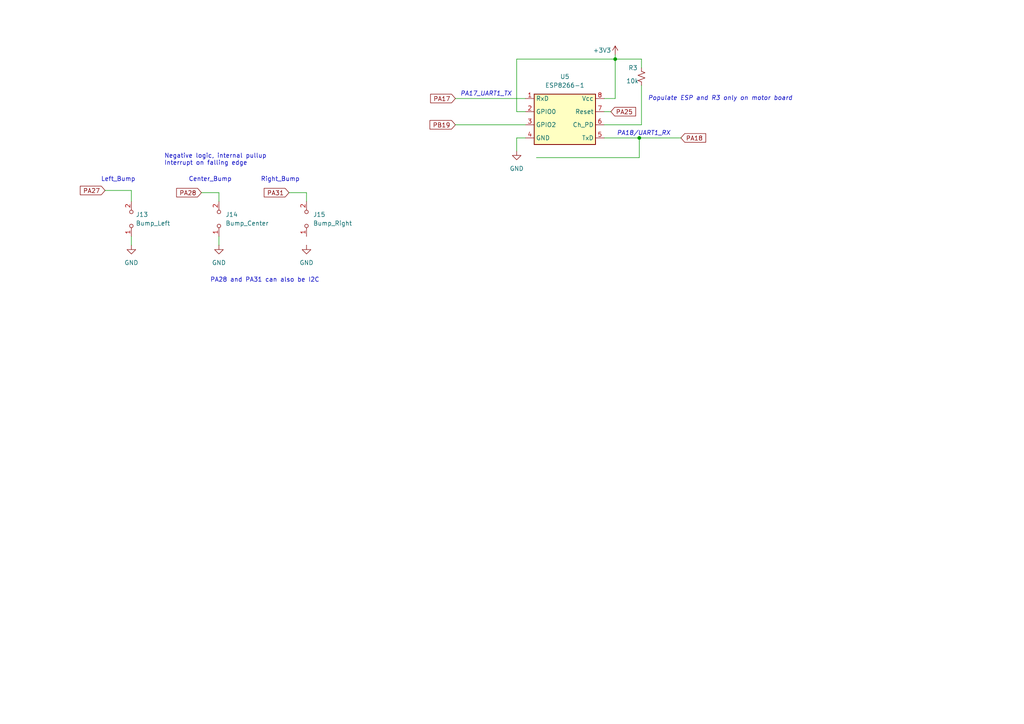
<source format=kicad_sch>
(kicad_sch
	(version 20250114)
	(generator "eeschema")
	(generator_version "9.0")
	(uuid "c797dd64-665d-4654-99a1-bf4f9c98a231")
	(paper "A4")
	(title_block
		(title "ECE445M Motor Board")
		(date "2025-12-23")
		(rev "v7")
		(company "The University of Texas at Austin")
		(comment 1 "Jonathan Valvano")
	)
	(lib_symbols
		(symbol "ECE445L:ESP8266-1"
			(exclude_from_sim no)
			(in_bom yes)
			(on_board yes)
			(property "Reference" "U"
				(at 0 0 0)
				(effects
					(font
						(size 1.27 1.27)
					)
				)
			)
			(property "Value" "ESP8266-1"
				(at 0 8.255 0)
				(effects
					(font
						(size 1.27 1.27)
					)
				)
			)
			(property "Footprint" "ECE445L:PinHeader_2x04_P2.54mm_Vertical"
				(at 0 -7.62 0)
				(effects
					(font
						(size 1.27 1.27)
					)
					(hide yes)
				)
			)
			(property "Datasheet" "https://www.microchip.ua/wireless/esp01.pdf"
				(at 0 -7.62 0)
				(effects
					(font
						(size 1.27 1.27)
					)
					(hide yes)
				)
			)
			(property "Description" "Wifi module"
				(at 0 0 0)
				(effects
					(font
						(size 1.27 1.27)
					)
					(hide yes)
				)
			)
			(symbol "ESP8266-1_1_1"
				(rectangle
					(start -8.255 6.985)
					(end 9.525 -7.62)
					(stroke
						(width 0.254)
						(type default)
					)
					(fill
						(type background)
					)
				)
				(pin passive line
					(at -10.795 5.715 0)
					(length 2.54)
					(name "RxD"
						(effects
							(font
								(size 1.27 1.27)
							)
						)
					)
					(number "1"
						(effects
							(font
								(size 1.27 1.27)
							)
						)
					)
				)
				(pin passive line
					(at -10.795 1.905 0)
					(length 2.54)
					(name "GPIO0"
						(effects
							(font
								(size 1.27 1.27)
							)
						)
					)
					(number "2"
						(effects
							(font
								(size 1.27 1.27)
							)
						)
					)
				)
				(pin passive line
					(at -10.795 -1.905 0)
					(length 2.54)
					(name "GPIO2"
						(effects
							(font
								(size 1.27 1.27)
							)
						)
					)
					(number "3"
						(effects
							(font
								(size 1.27 1.27)
							)
						)
					)
				)
				(pin passive line
					(at -10.795 -5.715 0)
					(length 2.54)
					(name "GND"
						(effects
							(font
								(size 1.27 1.27)
							)
						)
					)
					(number "4"
						(effects
							(font
								(size 1.27 1.27)
							)
						)
					)
				)
				(pin passive line
					(at 12.065 5.715 180)
					(length 2.54)
					(name "Vcc"
						(effects
							(font
								(size 1.27 1.27)
							)
						)
					)
					(number "8"
						(effects
							(font
								(size 1.27 1.27)
							)
						)
					)
				)
				(pin passive line
					(at 12.065 1.905 180)
					(length 2.54)
					(name "Reset"
						(effects
							(font
								(size 1.27 1.27)
							)
						)
					)
					(number "7"
						(effects
							(font
								(size 1.27 1.27)
							)
						)
					)
				)
				(pin passive line
					(at 12.065 -1.905 180)
					(length 2.54)
					(name "Ch_PD"
						(effects
							(font
								(size 1.27 1.27)
							)
						)
					)
					(number "6"
						(effects
							(font
								(size 1.27 1.27)
							)
						)
					)
				)
				(pin passive line
					(at 12.065 -5.715 180)
					(length 2.54)
					(name "TxD"
						(effects
							(font
								(size 1.27 1.27)
							)
						)
					)
					(number "5"
						(effects
							(font
								(size 1.27 1.27)
							)
						)
					)
				)
			)
			(embedded_fonts no)
		)
		(symbol "ECE445L:Header_2"
			(pin_names
				(offset 0)
				(hide yes)
			)
			(exclude_from_sim no)
			(in_bom yes)
			(on_board yes)
			(property "Reference" "J"
				(at 0 2.794 0)
				(effects
					(font
						(size 1.27 1.27)
					)
				)
			)
			(property "Value" "Header2"
				(at 0 -2.286 0)
				(effects
					(font
						(size 1.27 1.27)
					)
				)
			)
			(property "Footprint" "ECE445L:PinHeader_1x02_P2.54mm_Vertical"
				(at 0 0 0)
				(effects
					(font
						(size 1.27 1.27)
					)
					(hide yes)
				)
			)
			(property "Datasheet" "~"
				(at 0 0 0)
				(effects
					(font
						(size 1.27 1.27)
					)
					(hide yes)
				)
			)
			(property "Description" "Header, 2-pole"
				(at 0 0 0)
				(effects
					(font
						(size 1.27 1.27)
					)
					(hide yes)
				)
			)
			(property "ki_keywords" "Header"
				(at 0 0 0)
				(effects
					(font
						(size 1.27 1.27)
					)
					(hide yes)
				)
			)
			(property "ki_fp_filters" "Jumper* TestPoint*2Pads* TestPoint*Bridge*"
				(at 0 0 0)
				(effects
					(font
						(size 1.27 1.27)
					)
					(hide yes)
				)
			)
			(symbol "Header_2_0_0"
				(circle
					(center -2.032 0)
					(radius 0.508)
					(stroke
						(width 0)
						(type default)
					)
					(fill
						(type none)
					)
				)
				(circle
					(center 2.032 0)
					(radius 0.508)
					(stroke
						(width 0)
						(type default)
					)
					(fill
						(type none)
					)
				)
			)
			(symbol "Header_2_1_1"
				(pin passive line
					(at -5.08 0 0)
					(length 2.54)
					(name "A"
						(effects
							(font
								(size 1.27 1.27)
							)
						)
					)
					(number "1"
						(effects
							(font
								(size 1.27 1.27)
							)
						)
					)
				)
				(pin passive line
					(at 5.08 0 180)
					(length 2.54)
					(name "B"
						(effects
							(font
								(size 1.27 1.27)
							)
						)
					)
					(number "2"
						(effects
							(font
								(size 1.27 1.27)
							)
						)
					)
				)
			)
			(embedded_fonts no)
		)
		(symbol "ECE445L:R_0.125W"
			(pin_numbers
				(hide yes)
			)
			(pin_names
				(offset 0.254)
				(hide yes)
			)
			(exclude_from_sim no)
			(in_bom yes)
			(on_board yes)
			(property "Reference" "R"
				(at 0.762 0.508 0)
				(effects
					(font
						(size 1.27 1.27)
					)
					(justify left)
				)
			)
			(property "Value" "R_0.125W"
				(at 0.762 -1.016 0)
				(effects
					(font
						(size 1.27 1.27)
					)
					(justify left)
				)
			)
			(property "Footprint" "ECE445L:R_Axial_DIN0204_L3.6mm_D1.6mm_P7.62mm_Horizontal"
				(at 0 0 0)
				(effects
					(font
						(size 1.27 1.27)
					)
					(hide yes)
				)
			)
			(property "Datasheet" "https://users.ece.utexas.edu/~valvano/mspm0/CarbonFilmresistors.pdf"
				(at 0 0 0)
				(effects
					(font
						(size 1.27 1.27)
					)
					(hide yes)
				)
			)
			(property "Description" "Resistor, small US symbol"
				(at 0 0 0)
				(effects
					(font
						(size 1.27 1.27)
					)
					(hide yes)
				)
			)
			(property "ki_keywords" "r resistor"
				(at 0 0 0)
				(effects
					(font
						(size 1.27 1.27)
					)
					(hide yes)
				)
			)
			(property "ki_fp_filters" "R_*"
				(at 0 0 0)
				(effects
					(font
						(size 1.27 1.27)
					)
					(hide yes)
				)
			)
			(symbol "R_0.125W_1_1"
				(polyline
					(pts
						(xy 0 1.524) (xy 1.016 1.143) (xy 0 0.762) (xy -1.016 0.381) (xy 0 0)
					)
					(stroke
						(width 0)
						(type default)
					)
					(fill
						(type none)
					)
				)
				(polyline
					(pts
						(xy 0 0) (xy 1.016 -0.381) (xy 0 -0.762) (xy -1.016 -1.143) (xy 0 -1.524)
					)
					(stroke
						(width 0)
						(type default)
					)
					(fill
						(type none)
					)
				)
				(pin passive line
					(at 0 2.54 270)
					(length 1.016)
					(name "~"
						(effects
							(font
								(size 1.27 1.27)
							)
						)
					)
					(number "1"
						(effects
							(font
								(size 1.27 1.27)
							)
						)
					)
				)
				(pin passive line
					(at 0 -2.54 90)
					(length 1.016)
					(name "~"
						(effects
							(font
								(size 1.27 1.27)
							)
						)
					)
					(number "2"
						(effects
							(font
								(size 1.27 1.27)
							)
						)
					)
				)
			)
			(embedded_fonts no)
		)
		(symbol "power:+3V3"
			(power)
			(pin_numbers
				(hide yes)
			)
			(pin_names
				(offset 0)
				(hide yes)
			)
			(exclude_from_sim no)
			(in_bom yes)
			(on_board yes)
			(property "Reference" "#PWR"
				(at 0 -3.81 0)
				(effects
					(font
						(size 1.27 1.27)
					)
					(hide yes)
				)
			)
			(property "Value" "+3V3"
				(at 0 3.556 0)
				(effects
					(font
						(size 1.27 1.27)
					)
				)
			)
			(property "Footprint" ""
				(at 0 0 0)
				(effects
					(font
						(size 1.27 1.27)
					)
					(hide yes)
				)
			)
			(property "Datasheet" ""
				(at 0 0 0)
				(effects
					(font
						(size 1.27 1.27)
					)
					(hide yes)
				)
			)
			(property "Description" "Power symbol creates a global label with name \"+3V3\""
				(at 0 0 0)
				(effects
					(font
						(size 1.27 1.27)
					)
					(hide yes)
				)
			)
			(property "ki_keywords" "global power"
				(at 0 0 0)
				(effects
					(font
						(size 1.27 1.27)
					)
					(hide yes)
				)
			)
			(symbol "+3V3_0_1"
				(polyline
					(pts
						(xy -0.762 1.27) (xy 0 2.54)
					)
					(stroke
						(width 0)
						(type default)
					)
					(fill
						(type none)
					)
				)
				(polyline
					(pts
						(xy 0 2.54) (xy 0.762 1.27)
					)
					(stroke
						(width 0)
						(type default)
					)
					(fill
						(type none)
					)
				)
				(polyline
					(pts
						(xy 0 0) (xy 0 2.54)
					)
					(stroke
						(width 0)
						(type default)
					)
					(fill
						(type none)
					)
				)
			)
			(symbol "+3V3_1_1"
				(pin power_in line
					(at 0 0 90)
					(length 0)
					(name "~"
						(effects
							(font
								(size 1.27 1.27)
							)
						)
					)
					(number "1"
						(effects
							(font
								(size 1.27 1.27)
							)
						)
					)
				)
			)
			(embedded_fonts no)
		)
		(symbol "power:GND"
			(power)
			(pin_numbers
				(hide yes)
			)
			(pin_names
				(offset 0)
				(hide yes)
			)
			(exclude_from_sim no)
			(in_bom yes)
			(on_board yes)
			(property "Reference" "#PWR"
				(at 0 -6.35 0)
				(effects
					(font
						(size 1.27 1.27)
					)
					(hide yes)
				)
			)
			(property "Value" "GND"
				(at 0 -3.81 0)
				(effects
					(font
						(size 1.27 1.27)
					)
				)
			)
			(property "Footprint" ""
				(at 0 0 0)
				(effects
					(font
						(size 1.27 1.27)
					)
					(hide yes)
				)
			)
			(property "Datasheet" ""
				(at 0 0 0)
				(effects
					(font
						(size 1.27 1.27)
					)
					(hide yes)
				)
			)
			(property "Description" "Power symbol creates a global label with name \"GND\" , ground"
				(at 0 0 0)
				(effects
					(font
						(size 1.27 1.27)
					)
					(hide yes)
				)
			)
			(property "ki_keywords" "global power"
				(at 0 0 0)
				(effects
					(font
						(size 1.27 1.27)
					)
					(hide yes)
				)
			)
			(symbol "GND_0_1"
				(polyline
					(pts
						(xy 0 0) (xy 0 -1.27) (xy 1.27 -1.27) (xy 0 -2.54) (xy -1.27 -1.27) (xy 0 -1.27)
					)
					(stroke
						(width 0)
						(type default)
					)
					(fill
						(type none)
					)
				)
			)
			(symbol "GND_1_1"
				(pin power_in line
					(at 0 0 270)
					(length 0)
					(name "~"
						(effects
							(font
								(size 1.27 1.27)
							)
						)
					)
					(number "1"
						(effects
							(font
								(size 1.27 1.27)
							)
						)
					)
				)
			)
			(embedded_fonts no)
		)
	)
	(text "Center_Bump"
		(exclude_from_sim no)
		(at 60.96 52.07 0)
		(effects
			(font
				(size 1.27 1.27)
			)
		)
		(uuid "02758d5a-a947-451f-8f42-7e58ee698ff1")
	)
	(text "Populate ESP and R3 only on motor board"
		(exclude_from_sim no)
		(at 208.915 28.575 0)
		(effects
			(font
				(size 1.27 1.27)
				(italic yes)
			)
		)
		(uuid "42656ec2-3d42-4bd7-836d-d3a8ac468bc9")
	)
	(text "PA17_UART1_TX"
		(exclude_from_sim no)
		(at 140.97 27.305 0)
		(effects
			(font
				(size 1.27 1.27)
				(italic yes)
			)
		)
		(uuid "54bd8b94-2b3c-4a79-9022-780e13198d74")
	)
	(text "PA18/UART1_RX"
		(exclude_from_sim no)
		(at 186.69 38.735 0)
		(effects
			(font
				(size 1.27 1.27)
				(italic yes)
			)
		)
		(uuid "74b59c8f-7ba9-4cc5-94ed-6dad3f59a888")
	)
	(text "PA28 and PA31 can also be I2C"
		(exclude_from_sim no)
		(at 60.96 81.28 0)
		(effects
			(font
				(size 1.27 1.27)
			)
			(justify left)
		)
		(uuid "820a15b2-deff-4d77-9142-53f5d6f2dbde")
	)
	(text "Negative logic, internal pullup\nInterrupt on falling edge"
		(exclude_from_sim no)
		(at 47.625 46.355 0)
		(effects
			(font
				(size 1.27 1.27)
			)
			(justify left)
		)
		(uuid "a733060d-19e4-4102-8ce3-dbe378b68cc9")
	)
	(text "Left_Bump"
		(exclude_from_sim no)
		(at 34.29 52.07 0)
		(effects
			(font
				(size 1.27 1.27)
			)
		)
		(uuid "e27b15aa-e4e9-4f2c-a612-8b5e2b6f9a2b")
	)
	(text "Right_Bump"
		(exclude_from_sim no)
		(at 81.28 52.07 0)
		(effects
			(font
				(size 1.27 1.27)
			)
		)
		(uuid "fad0ae8a-2c2b-489c-84be-3167b8624c8a")
	)
	(junction
		(at 178.435 17.145)
		(diameter 0)
		(color 0 0 0 0)
		(uuid "961cb215-5d88-4220-ae9b-30fdd181ebc2")
	)
	(junction
		(at 185.42 40.005)
		(diameter 0)
		(color 0 0 0 0)
		(uuid "ba0415f3-ed4a-4096-8a81-d23be4648604")
	)
	(wire
		(pts
			(xy 63.5 68.58) (xy 63.5 71.12)
		)
		(stroke
			(width 0)
			(type default)
		)
		(uuid "0804979f-71a0-41d4-95f0-7e1098642917")
	)
	(wire
		(pts
			(xy 63.5 55.88) (xy 63.5 58.42)
		)
		(stroke
			(width 0)
			(type default)
		)
		(uuid "08ce1e45-3fa7-42f6-941a-264f6381e174")
	)
	(wire
		(pts
			(xy 149.86 17.145) (xy 178.435 17.145)
		)
		(stroke
			(width 0)
			(type default)
		)
		(uuid "0facb0fd-b5a3-4233-b97e-8d7eda5e1470")
	)
	(wire
		(pts
			(xy 155.575 45.72) (xy 185.42 45.72)
		)
		(stroke
			(width 0)
			(type default)
		)
		(uuid "1d3caf11-7321-4eb9-83cb-bda30d648c4a")
	)
	(wire
		(pts
			(xy 186.055 17.145) (xy 186.055 19.685)
		)
		(stroke
			(width 0)
			(type default)
		)
		(uuid "1ddeea35-a5ad-4e0f-b23e-3a9b664c9c75")
	)
	(wire
		(pts
			(xy 152.4 32.385) (xy 149.86 32.385)
		)
		(stroke
			(width 0)
			(type default)
		)
		(uuid "1de4fb72-5e72-49f8-8598-06a80061c04a")
	)
	(wire
		(pts
			(xy 178.435 17.145) (xy 178.435 28.575)
		)
		(stroke
			(width 0)
			(type default)
		)
		(uuid "2ee75079-54f3-4495-9ad4-b40474eee641")
	)
	(wire
		(pts
			(xy 175.26 36.195) (xy 186.055 36.195)
		)
		(stroke
			(width 0)
			(type default)
		)
		(uuid "2fa84acd-3d18-4758-b5af-4d472f016ba6")
	)
	(wire
		(pts
			(xy 185.42 40.005) (xy 197.485 40.005)
		)
		(stroke
			(width 0)
			(type default)
		)
		(uuid "3d733431-668c-4b89-9766-66cafafeac5c")
	)
	(wire
		(pts
			(xy 132.08 36.195) (xy 152.4 36.195)
		)
		(stroke
			(width 0)
			(type default)
		)
		(uuid "3e3b305f-9e60-4f42-9834-007fad6dd895")
	)
	(wire
		(pts
			(xy 30.48 55.245) (xy 38.1 55.245)
		)
		(stroke
			(width 0)
			(type default)
		)
		(uuid "42f8b1b6-d6c6-4a56-b044-04b8969a48b6")
	)
	(wire
		(pts
			(xy 58.42 55.88) (xy 63.5 55.88)
		)
		(stroke
			(width 0)
			(type default)
		)
		(uuid "7938181b-c84d-45c9-b261-df2a71e5b6a0")
	)
	(wire
		(pts
			(xy 178.435 17.145) (xy 178.435 15.875)
		)
		(stroke
			(width 0)
			(type default)
		)
		(uuid "7ce296ce-86d4-4cb1-b572-22e9bace2600")
	)
	(wire
		(pts
			(xy 38.1 55.245) (xy 38.1 58.42)
		)
		(stroke
			(width 0)
			(type default)
		)
		(uuid "a0aacc81-0e43-49bf-b4d1-6b278c7c1048")
	)
	(wire
		(pts
			(xy 83.82 55.88) (xy 88.9 55.88)
		)
		(stroke
			(width 0)
			(type default)
		)
		(uuid "a7bb7d30-ade2-44ec-96ad-b1a2a759d987")
	)
	(wire
		(pts
			(xy 152.4 40.005) (xy 149.86 40.005)
		)
		(stroke
			(width 0)
			(type default)
		)
		(uuid "ab56d952-e8af-4008-b4bd-9a67527ff207")
	)
	(wire
		(pts
			(xy 185.42 45.72) (xy 185.42 40.005)
		)
		(stroke
			(width 0)
			(type default)
		)
		(uuid "b2342a96-d782-4843-843e-56bcb4a92873")
	)
	(wire
		(pts
			(xy 178.435 17.145) (xy 186.055 17.145)
		)
		(stroke
			(width 0)
			(type default)
		)
		(uuid "bde1f3ad-54f3-46bb-9615-3a4c3077aa63")
	)
	(wire
		(pts
			(xy 175.26 40.005) (xy 185.42 40.005)
		)
		(stroke
			(width 0)
			(type default)
		)
		(uuid "be3aa055-d745-4093-96b6-7f419c6cc1bc")
	)
	(wire
		(pts
			(xy 149.86 32.385) (xy 149.86 17.145)
		)
		(stroke
			(width 0)
			(type default)
		)
		(uuid "c0d238fc-1213-4fea-8595-aeb88d7385bf")
	)
	(wire
		(pts
			(xy 38.1 68.58) (xy 38.1 71.12)
		)
		(stroke
			(width 0)
			(type default)
		)
		(uuid "c70d0c01-16c8-463d-8619-dd56c82ee797")
	)
	(wire
		(pts
			(xy 149.86 40.005) (xy 149.86 43.815)
		)
		(stroke
			(width 0)
			(type default)
		)
		(uuid "e611df3b-7e27-40d5-97ef-070c76e68e0c")
	)
	(wire
		(pts
			(xy 132.08 28.575) (xy 152.4 28.575)
		)
		(stroke
			(width 0)
			(type default)
		)
		(uuid "e894262f-1623-41fa-bd33-a1e4917d914d")
	)
	(wire
		(pts
			(xy 186.055 36.195) (xy 186.055 24.765)
		)
		(stroke
			(width 0)
			(type default)
		)
		(uuid "eda98a32-80a4-451c-b813-4a940c98f375")
	)
	(wire
		(pts
			(xy 88.9 55.88) (xy 88.9 58.42)
		)
		(stroke
			(width 0)
			(type default)
		)
		(uuid "fb41d138-6988-4888-9a9a-a2d39221a74d")
	)
	(wire
		(pts
			(xy 175.26 28.575) (xy 178.435 28.575)
		)
		(stroke
			(width 0)
			(type default)
		)
		(uuid "fb49d4f8-5b9e-4653-9b2c-9b7b2ea3f198")
	)
	(wire
		(pts
			(xy 175.26 32.385) (xy 177.165 32.385)
		)
		(stroke
			(width 0)
			(type default)
		)
		(uuid "fc0b9bae-1a5b-4563-ad7c-f6e647826edb")
	)
	(global_label "PA28"
		(shape input)
		(at 58.42 55.88 180)
		(fields_autoplaced yes)
		(effects
			(font
				(size 1.27 1.27)
			)
			(justify right)
		)
		(uuid "15328a63-7c17-431a-baf4-e63e745e2f14")
		(property "Intersheetrefs" "${INTERSHEET_REFS}"
			(at 50.6572 55.88 0)
			(effects
				(font
					(size 1.27 1.27)
				)
				(justify right)
				(hide yes)
			)
		)
	)
	(global_label "PB19"
		(shape input)
		(at 132.08 36.195 180)
		(fields_autoplaced yes)
		(effects
			(font
				(size 1.27 1.27)
			)
			(justify right)
		)
		(uuid "1f7215a5-09d0-4470-a0dc-24a2e63b0b49")
		(property "Intersheetrefs" "${INTERSHEET_REFS}"
			(at 124.1358 36.195 0)
			(effects
				(font
					(size 1.27 1.27)
				)
				(justify right)
				(hide yes)
			)
		)
	)
	(global_label "PA31"
		(shape input)
		(at 83.82 55.88 180)
		(fields_autoplaced yes)
		(effects
			(font
				(size 1.27 1.27)
			)
			(justify right)
		)
		(uuid "2fd46452-3958-4c17-899b-b59108529c85")
		(property "Intersheetrefs" "${INTERSHEET_REFS}"
			(at 76.0572 55.88 0)
			(effects
				(font
					(size 1.27 1.27)
				)
				(justify right)
				(hide yes)
			)
		)
	)
	(global_label "PA17"
		(shape input)
		(at 132.08 28.575 180)
		(fields_autoplaced yes)
		(effects
			(font
				(size 1.27 1.27)
			)
			(justify right)
		)
		(uuid "49bff4fa-4d25-4657-84f8-aed1c67bbdf1")
		(property "Intersheetrefs" "${INTERSHEET_REFS}"
			(at 124.3172 28.575 0)
			(effects
				(font
					(size 1.27 1.27)
				)
				(justify right)
				(hide yes)
			)
		)
	)
	(global_label "PA18"
		(shape input)
		(at 197.485 40.005 0)
		(fields_autoplaced yes)
		(effects
			(font
				(size 1.27 1.27)
			)
			(justify left)
		)
		(uuid "7970e845-2c9a-4d4d-9b91-cbf9a3c803a9")
		(property "Intersheetrefs" "${INTERSHEET_REFS}"
			(at 205.2478 40.005 0)
			(effects
				(font
					(size 1.27 1.27)
				)
				(justify left)
				(hide yes)
			)
		)
	)
	(global_label "PA27"
		(shape input)
		(at 30.48 55.245 180)
		(fields_autoplaced yes)
		(effects
			(font
				(size 1.27 1.27)
			)
			(justify right)
		)
		(uuid "a43f7b32-0c47-485e-98c3-a5d0255f1442")
		(property "Intersheetrefs" "${INTERSHEET_REFS}"
			(at 22.7172 55.245 0)
			(effects
				(font
					(size 1.27 1.27)
				)
				(justify right)
				(hide yes)
			)
		)
	)
	(global_label "PA25"
		(shape input)
		(at 177.165 32.385 0)
		(fields_autoplaced yes)
		(effects
			(font
				(size 1.27 1.27)
			)
			(justify left)
		)
		(uuid "a5f750b3-0fa8-49e7-a565-f6863cf8735d")
		(property "Intersheetrefs" "${INTERSHEET_REFS}"
			(at 184.9278 32.385 0)
			(effects
				(font
					(size 1.27 1.27)
				)
				(justify left)
				(hide yes)
			)
		)
	)
	(symbol
		(lib_id "ECE445L:Header_2")
		(at 38.1 63.5 90)
		(unit 1)
		(exclude_from_sim no)
		(in_bom yes)
		(on_board yes)
		(dnp no)
		(fields_autoplaced yes)
		(uuid "0d865377-1631-40e3-8dbd-a068211692ea")
		(property "Reference" "J13"
			(at 39.37 62.2299 90)
			(effects
				(font
					(size 1.27 1.27)
				)
				(justify right)
			)
		)
		(property "Value" "Bump_Left"
			(at 39.37 64.7699 90)
			(effects
				(font
					(size 1.27 1.27)
				)
				(justify right)
			)
		)
		(property "Footprint" "ECE445L:PinHeader_1x02_P2.54mm_Vertical"
			(at 38.1 63.5 0)
			(effects
				(font
					(size 1.27 1.27)
				)
				(hide yes)
			)
		)
		(property "Datasheet" "~"
			(at 38.1 63.5 0)
			(effects
				(font
					(size 1.27 1.27)
				)
				(hide yes)
			)
		)
		(property "Description" "Header, 2-pole"
			(at 38.1 63.5 0)
			(effects
				(font
					(size 1.27 1.27)
				)
				(hide yes)
			)
		)
		(pin "1"
			(uuid "f0268433-bc33-4bd8-a91e-942dafb330e0")
		)
		(pin "2"
			(uuid "de00b710-7060-4db9-aad1-5c565347adb6")
		)
		(instances
			(project ""
				(path "/69b823fd-c065-40ff-9bb9-c5835555f3eb/47a27932-8d9b-4841-b90a-6c82ae4e9067"
					(reference "J13")
					(unit 1)
				)
			)
		)
	)
	(symbol
		(lib_id "ECE445L:Header_2")
		(at 63.5 63.5 90)
		(unit 1)
		(exclude_from_sim no)
		(in_bom yes)
		(on_board yes)
		(dnp no)
		(fields_autoplaced yes)
		(uuid "1bd7442b-4e3a-4a47-8b59-df6897a4a5cf")
		(property "Reference" "J14"
			(at 65.405 62.2299 90)
			(effects
				(font
					(size 1.27 1.27)
				)
				(justify right)
			)
		)
		(property "Value" "Bump_Center"
			(at 65.405 64.7699 90)
			(effects
				(font
					(size 1.27 1.27)
				)
				(justify right)
			)
		)
		(property "Footprint" "ECE445L:PinHeader_1x02_P2.54mm_Vertical"
			(at 63.5 63.5 0)
			(effects
				(font
					(size 1.27 1.27)
				)
				(hide yes)
			)
		)
		(property "Datasheet" "~"
			(at 63.5 63.5 0)
			(effects
				(font
					(size 1.27 1.27)
				)
				(hide yes)
			)
		)
		(property "Description" "Header, 2-pole"
			(at 63.5 63.5 0)
			(effects
				(font
					(size 1.27 1.27)
				)
				(hide yes)
			)
		)
		(pin "1"
			(uuid "632b3ffc-33a5-4176-b471-b9e1e1166eea")
		)
		(pin "2"
			(uuid "7192e393-7324-4641-842d-28af19ccc0ff")
		)
		(instances
			(project ""
				(path "/69b823fd-c065-40ff-9bb9-c5835555f3eb/47a27932-8d9b-4841-b90a-6c82ae4e9067"
					(reference "J14")
					(unit 1)
				)
			)
		)
	)
	(symbol
		(lib_id "ECE445L:R_0.125W")
		(at 186.055 22.225 0)
		(unit 1)
		(exclude_from_sim no)
		(in_bom yes)
		(on_board yes)
		(dnp no)
		(uuid "6b7c6425-db31-4596-8771-f967e46536bd")
		(property "Reference" "R3"
			(at 182.245 19.685 0)
			(effects
				(font
					(size 1.27 1.27)
				)
				(justify left)
			)
		)
		(property "Value" "10k"
			(at 181.61 23.495 0)
			(effects
				(font
					(size 1.27 1.27)
				)
				(justify left)
			)
		)
		(property "Footprint" "ECE445L:R_0603_1608Metric"
			(at 186.055 22.225 0)
			(effects
				(font
					(size 1.27 1.27)
				)
				(hide yes)
			)
		)
		(property "Datasheet" "https://users.ece.utexas.edu/~valvano/mspm0/CarbonFilmresistors.pdf"
			(at 186.055 22.225 0)
			(effects
				(font
					(size 1.27 1.27)
				)
				(hide yes)
			)
		)
		(property "Description" "Resistor, small US symbol"
			(at 186.055 22.225 0)
			(effects
				(font
					(size 1.27 1.27)
				)
				(hide yes)
			)
		)
		(pin "1"
			(uuid "da99a364-cc11-4390-a523-9da0897f8c91")
		)
		(pin "2"
			(uuid "acfa0909-4a79-4e4c-beaf-f85f78c82b7e")
		)
		(instances
			(project "MotorBoard"
				(path "/69b823fd-c065-40ff-9bb9-c5835555f3eb/47a27932-8d9b-4841-b90a-6c82ae4e9067"
					(reference "R3")
					(unit 1)
				)
			)
		)
	)
	(symbol
		(lib_id "power:GND")
		(at 38.1 71.12 0)
		(unit 1)
		(exclude_from_sim no)
		(in_bom yes)
		(on_board yes)
		(dnp no)
		(fields_autoplaced yes)
		(uuid "9ac885e3-f6b3-4d4a-a4b2-9ab5a6dfab1c")
		(property "Reference" "#PWR020"
			(at 38.1 77.47 0)
			(effects
				(font
					(size 1.27 1.27)
				)
				(hide yes)
			)
		)
		(property "Value" "GND"
			(at 38.1 76.2 0)
			(effects
				(font
					(size 1.27 1.27)
				)
			)
		)
		(property "Footprint" ""
			(at 38.1 71.12 0)
			(effects
				(font
					(size 1.27 1.27)
				)
				(hide yes)
			)
		)
		(property "Datasheet" ""
			(at 38.1 71.12 0)
			(effects
				(font
					(size 1.27 1.27)
				)
				(hide yes)
			)
		)
		(property "Description" ""
			(at 38.1 71.12 0)
			(effects
				(font
					(size 1.27 1.27)
				)
			)
		)
		(pin "1"
			(uuid "5ecc4a18-b39e-4c31-be92-ebc58e76240c")
		)
		(instances
			(project "MotorBoard"
				(path "/69b823fd-c065-40ff-9bb9-c5835555f3eb/47a27932-8d9b-4841-b90a-6c82ae4e9067"
					(reference "#PWR020")
					(unit 1)
				)
			)
		)
	)
	(symbol
		(lib_id "power:GND")
		(at 63.5 71.12 0)
		(unit 1)
		(exclude_from_sim no)
		(in_bom yes)
		(on_board yes)
		(dnp no)
		(fields_autoplaced yes)
		(uuid "9b36fa5b-ed92-42a1-b9f3-324c98bded14")
		(property "Reference" "#PWR021"
			(at 63.5 77.47 0)
			(effects
				(font
					(size 1.27 1.27)
				)
				(hide yes)
			)
		)
		(property "Value" "GND"
			(at 63.5 76.2 0)
			(effects
				(font
					(size 1.27 1.27)
				)
			)
		)
		(property "Footprint" ""
			(at 63.5 71.12 0)
			(effects
				(font
					(size 1.27 1.27)
				)
				(hide yes)
			)
		)
		(property "Datasheet" ""
			(at 63.5 71.12 0)
			(effects
				(font
					(size 1.27 1.27)
				)
				(hide yes)
			)
		)
		(property "Description" ""
			(at 63.5 71.12 0)
			(effects
				(font
					(size 1.27 1.27)
				)
			)
		)
		(pin "1"
			(uuid "b4d64642-c5e2-49d7-ba62-d367ecc69769")
		)
		(instances
			(project "MotorBoard"
				(path "/69b823fd-c065-40ff-9bb9-c5835555f3eb/47a27932-8d9b-4841-b90a-6c82ae4e9067"
					(reference "#PWR021")
					(unit 1)
				)
			)
		)
	)
	(symbol
		(lib_id "ECE445L:Header_2")
		(at 88.9 63.5 90)
		(unit 1)
		(exclude_from_sim no)
		(in_bom yes)
		(on_board yes)
		(dnp no)
		(fields_autoplaced yes)
		(uuid "adfe5eaa-14eb-4c0a-8198-a6fe46f1e55a")
		(property "Reference" "J15"
			(at 90.805 62.2299 90)
			(effects
				(font
					(size 1.27 1.27)
				)
				(justify right)
			)
		)
		(property "Value" "Bump_Right"
			(at 90.805 64.7699 90)
			(effects
				(font
					(size 1.27 1.27)
				)
				(justify right)
			)
		)
		(property "Footprint" "ECE445L:PinHeader_1x02_P2.54mm_Vertical"
			(at 88.9 63.5 0)
			(effects
				(font
					(size 1.27 1.27)
				)
				(hide yes)
			)
		)
		(property "Datasheet" "~"
			(at 88.9 63.5 0)
			(effects
				(font
					(size 1.27 1.27)
				)
				(hide yes)
			)
		)
		(property "Description" "Header, 2-pole"
			(at 88.9 63.5 0)
			(effects
				(font
					(size 1.27 1.27)
				)
				(hide yes)
			)
		)
		(pin "1"
			(uuid "84c1bcbf-f985-4479-83e6-9d329f3b21bd")
		)
		(pin "2"
			(uuid "2c9a0204-3ac3-47e3-8afe-2b4b79046928")
		)
		(instances
			(project ""
				(path "/69b823fd-c065-40ff-9bb9-c5835555f3eb/47a27932-8d9b-4841-b90a-6c82ae4e9067"
					(reference "J15")
					(unit 1)
				)
			)
		)
	)
	(symbol
		(lib_id "power:GND")
		(at 149.86 43.815 0)
		(unit 1)
		(exclude_from_sim no)
		(in_bom yes)
		(on_board yes)
		(dnp no)
		(fields_autoplaced yes)
		(uuid "c5860152-c050-4174-a686-0cd6f5e984ba")
		(property "Reference" "#PWR012"
			(at 149.86 50.165 0)
			(effects
				(font
					(size 1.27 1.27)
				)
				(hide yes)
			)
		)
		(property "Value" "GND"
			(at 149.86 48.895 0)
			(effects
				(font
					(size 1.27 1.27)
				)
			)
		)
		(property "Footprint" ""
			(at 149.86 43.815 0)
			(effects
				(font
					(size 1.27 1.27)
				)
				(hide yes)
			)
		)
		(property "Datasheet" ""
			(at 149.86 43.815 0)
			(effects
				(font
					(size 1.27 1.27)
				)
				(hide yes)
			)
		)
		(property "Description" "Power symbol creates a global label with name \"GND\" , ground"
			(at 149.86 43.815 0)
			(effects
				(font
					(size 1.27 1.27)
				)
				(hide yes)
			)
		)
		(pin "1"
			(uuid "b5b7145e-dd1d-4e61-bc17-8f7edb323ff9")
		)
		(instances
			(project "MotorBoard"
				(path "/69b823fd-c065-40ff-9bb9-c5835555f3eb/47a27932-8d9b-4841-b90a-6c82ae4e9067"
					(reference "#PWR012")
					(unit 1)
				)
			)
		)
	)
	(symbol
		(lib_id "power:GND")
		(at 88.9 71.12 0)
		(unit 1)
		(exclude_from_sim no)
		(in_bom yes)
		(on_board yes)
		(dnp no)
		(fields_autoplaced yes)
		(uuid "d0eb4f95-11df-4587-bc44-74340d6e69ac")
		(property "Reference" "#PWR022"
			(at 88.9 77.47 0)
			(effects
				(font
					(size 1.27 1.27)
				)
				(hide yes)
			)
		)
		(property "Value" "GND"
			(at 88.9 76.2 0)
			(effects
				(font
					(size 1.27 1.27)
				)
			)
		)
		(property "Footprint" ""
			(at 88.9 71.12 0)
			(effects
				(font
					(size 1.27 1.27)
				)
				(hide yes)
			)
		)
		(property "Datasheet" ""
			(at 88.9 71.12 0)
			(effects
				(font
					(size 1.27 1.27)
				)
				(hide yes)
			)
		)
		(property "Description" ""
			(at 88.9 71.12 0)
			(effects
				(font
					(size 1.27 1.27)
				)
			)
		)
		(pin "1"
			(uuid "187d6379-3db3-4276-92c5-6a25ffdb3aa2")
		)
		(instances
			(project "MotorBoard"
				(path "/69b823fd-c065-40ff-9bb9-c5835555f3eb/47a27932-8d9b-4841-b90a-6c82ae4e9067"
					(reference "#PWR022")
					(unit 1)
				)
			)
		)
	)
	(symbol
		(lib_id "ECE445L:ESP8266-1")
		(at 163.195 34.29 0)
		(unit 1)
		(exclude_from_sim no)
		(in_bom yes)
		(on_board yes)
		(dnp no)
		(fields_autoplaced yes)
		(uuid "da3a3de9-4abd-4d89-88bc-f7dad03e23cd")
		(property "Reference" "U5"
			(at 163.83 22.225 0)
			(effects
				(font
					(size 1.27 1.27)
				)
			)
		)
		(property "Value" "ESP8266-1"
			(at 163.83 24.765 0)
			(effects
				(font
					(size 1.27 1.27)
				)
			)
		)
		(property "Footprint" "ECE445L:PinHeader_2x04_P2.54mm_Vertical"
			(at 163.195 41.91 0)
			(effects
				(font
					(size 1.27 1.27)
				)
				(hide yes)
			)
		)
		(property "Datasheet" "https://www.microchip.ua/wireless/esp01.pdf"
			(at 163.195 41.91 0)
			(effects
				(font
					(size 1.27 1.27)
				)
				(hide yes)
			)
		)
		(property "Description" "Wifi module"
			(at 163.195 34.29 0)
			(effects
				(font
					(size 1.27 1.27)
				)
				(hide yes)
			)
		)
		(pin "8"
			(uuid "e9f68cc4-c562-412e-8043-afabd3c9eae0")
		)
		(pin "4"
			(uuid "f008fe6c-0854-4c16-911c-e142f68ad27a")
		)
		(pin "1"
			(uuid "71726b16-4ef7-4e30-b479-cfe08744dad2")
		)
		(pin "5"
			(uuid "7e412ae0-5068-47d4-86cf-f7894f41f148")
		)
		(pin "3"
			(uuid "67d74424-15d7-45f8-af0c-30ea4453745a")
		)
		(pin "6"
			(uuid "eca4b428-f255-42d0-b788-9ee16ef49c0e")
		)
		(pin "2"
			(uuid "89ee5cfd-ade0-4068-8840-1c44e8475446")
		)
		(pin "7"
			(uuid "d76937e1-6c76-475f-9e83-5ab73436f32b")
		)
		(instances
			(project "MotorBoard"
				(path "/69b823fd-c065-40ff-9bb9-c5835555f3eb/47a27932-8d9b-4841-b90a-6c82ae4e9067"
					(reference "U5")
					(unit 1)
				)
			)
		)
	)
	(symbol
		(lib_id "power:+3V3")
		(at 178.435 15.875 0)
		(unit 1)
		(exclude_from_sim no)
		(in_bom yes)
		(on_board yes)
		(dnp no)
		(uuid "fcf85a49-51d0-4d14-abb9-912e73b95160")
		(property "Reference" "#PWR013"
			(at 178.435 19.685 0)
			(effects
				(font
					(size 1.27 1.27)
				)
				(hide yes)
			)
		)
		(property "Value" "+3V3"
			(at 174.625 14.605 0)
			(effects
				(font
					(size 1.27 1.27)
				)
			)
		)
		(property "Footprint" ""
			(at 178.435 15.875 0)
			(effects
				(font
					(size 1.27 1.27)
				)
				(hide yes)
			)
		)
		(property "Datasheet" ""
			(at 178.435 15.875 0)
			(effects
				(font
					(size 1.27 1.27)
				)
				(hide yes)
			)
		)
		(property "Description" ""
			(at 178.435 15.875 0)
			(effects
				(font
					(size 1.27 1.27)
				)
			)
		)
		(pin "1"
			(uuid "48ba41c1-e943-435d-bb2e-80de922715b8")
		)
		(instances
			(project "MotorBoard"
				(path "/69b823fd-c065-40ff-9bb9-c5835555f3eb/47a27932-8d9b-4841-b90a-6c82ae4e9067"
					(reference "#PWR013")
					(unit 1)
				)
			)
		)
	)
)

</source>
